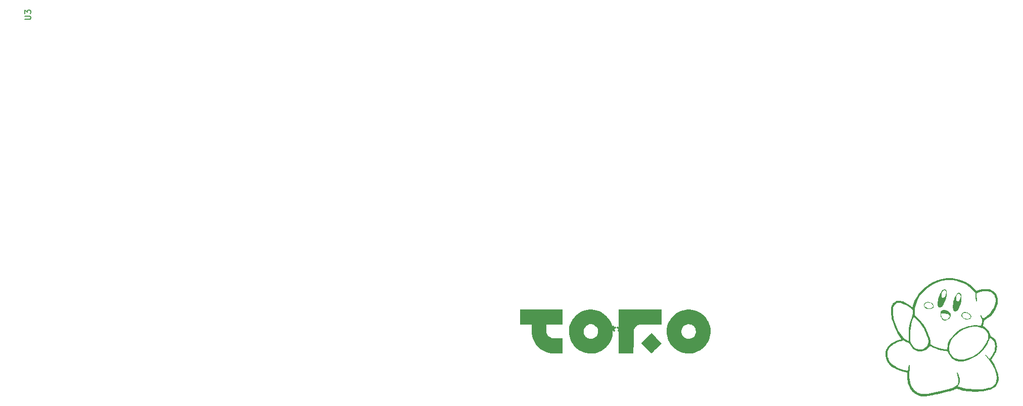
<source format=gbr>
%TF.GenerationSoftware,KiCad,Pcbnew,8.99.0-946-gf00a1ab517*%
%TF.CreationDate,2024-05-15T19:37:32+07:00*%
%TF.ProjectId,toro60,746f726f-3630-42e6-9b69-6361645f7063,rev?*%
%TF.SameCoordinates,Original*%
%TF.FileFunction,Legend,Top*%
%TF.FilePolarity,Positive*%
%FSLAX46Y46*%
G04 Gerber Fmt 4.6, Leading zero omitted, Abs format (unit mm)*
G04 Created by KiCad (PCBNEW 8.99.0-946-gf00a1ab517) date 2024-05-15 19:37:32*
%MOMM*%
%LPD*%
G01*
G04 APERTURE LIST*
%ADD10C,0.300000*%
%ADD11C,0.150000*%
%ADD12C,0.000000*%
G04 APERTURE END LIST*
D10*
X152838572Y-75729757D02*
X152695715Y-75658328D01*
X152695715Y-75658328D02*
X152481429Y-75658328D01*
X152481429Y-75658328D02*
X152267143Y-75729757D01*
X152267143Y-75729757D02*
X152124286Y-75872614D01*
X152124286Y-75872614D02*
X152052857Y-76015471D01*
X152052857Y-76015471D02*
X151981429Y-76301185D01*
X151981429Y-76301185D02*
X151981429Y-76515471D01*
X151981429Y-76515471D02*
X152052857Y-76801185D01*
X152052857Y-76801185D02*
X152124286Y-76944042D01*
X152124286Y-76944042D02*
X152267143Y-77086900D01*
X152267143Y-77086900D02*
X152481429Y-77158328D01*
X152481429Y-77158328D02*
X152624286Y-77158328D01*
X152624286Y-77158328D02*
X152838572Y-77086900D01*
X152838572Y-77086900D02*
X152910000Y-77015471D01*
X152910000Y-77015471D02*
X152910000Y-76515471D01*
X152910000Y-76515471D02*
X152624286Y-76515471D01*
X153767143Y-75658328D02*
X153767143Y-76015471D01*
X153410000Y-75872614D02*
X153767143Y-76015471D01*
X153767143Y-76015471D02*
X154124286Y-75872614D01*
X153552857Y-76301185D02*
X153767143Y-76015471D01*
X153767143Y-76015471D02*
X153981429Y-76301185D01*
X154910000Y-75658328D02*
X154910000Y-76015471D01*
X154552857Y-75872614D02*
X154910000Y-76015471D01*
X154910000Y-76015471D02*
X155267143Y-75872614D01*
X154695714Y-76301185D02*
X154910000Y-76015471D01*
X154910000Y-76015471D02*
X155124286Y-76301185D01*
X156052857Y-75658328D02*
X156052857Y-76015471D01*
X155695714Y-75872614D02*
X156052857Y-76015471D01*
X156052857Y-76015471D02*
X156410000Y-75872614D01*
X155838571Y-76301185D02*
X156052857Y-76015471D01*
X156052857Y-76015471D02*
X156267143Y-76301185D01*
D11*
X55247319Y-24221904D02*
X56056842Y-24221904D01*
X56056842Y-24221904D02*
X56152080Y-24174285D01*
X56152080Y-24174285D02*
X56199700Y-24126666D01*
X56199700Y-24126666D02*
X56247319Y-24031428D01*
X56247319Y-24031428D02*
X56247319Y-23840952D01*
X56247319Y-23840952D02*
X56199700Y-23745714D01*
X56199700Y-23745714D02*
X56152080Y-23698095D01*
X56152080Y-23698095D02*
X56056842Y-23650476D01*
X56056842Y-23650476D02*
X55247319Y-23650476D01*
X55247319Y-23269523D02*
X55247319Y-22650476D01*
X55247319Y-22650476D02*
X55628271Y-22983809D01*
X55628271Y-22983809D02*
X55628271Y-22840952D01*
X55628271Y-22840952D02*
X55675890Y-22745714D01*
X55675890Y-22745714D02*
X55723509Y-22698095D01*
X55723509Y-22698095D02*
X55818747Y-22650476D01*
X55818747Y-22650476D02*
X56056842Y-22650476D01*
X56056842Y-22650476D02*
X56152080Y-22698095D01*
X56152080Y-22698095D02*
X56199700Y-22745714D01*
X56199700Y-22745714D02*
X56247319Y-22840952D01*
X56247319Y-22840952D02*
X56247319Y-23126666D01*
X56247319Y-23126666D02*
X56199700Y-23221904D01*
X56199700Y-23221904D02*
X56152080Y-23269523D01*
D12*
%TO.C,G\u002A\u002A\u002A*%
G36*
X206657195Y-71528443D02*
G01*
X206899660Y-71579969D01*
X207139571Y-71680585D01*
X207153449Y-71688042D01*
X207296112Y-71792483D01*
X207406767Y-71926903D01*
X207478590Y-72078302D01*
X207504754Y-72233683D01*
X207493036Y-72334775D01*
X207447848Y-72422777D01*
X207361810Y-72518716D01*
X207249560Y-72608141D01*
X207165702Y-72657870D01*
X207047173Y-72698557D01*
X206892736Y-72724704D01*
X206724858Y-72734908D01*
X206566007Y-72727764D01*
X206442215Y-72703071D01*
X206220041Y-72608332D01*
X206047888Y-72488508D01*
X205928104Y-72345595D01*
X205872457Y-72219097D01*
X205855305Y-72110121D01*
X205947264Y-72110121D01*
X205986703Y-72234714D01*
X206026522Y-72292308D01*
X206134935Y-72391993D01*
X206281504Y-72486765D01*
X206445106Y-72563597D01*
X206495648Y-72581627D01*
X206651947Y-72611066D01*
X206828720Y-72610454D01*
X207001571Y-72582017D01*
X207146106Y-72527979D01*
X207158186Y-72521181D01*
X207289953Y-72419294D01*
X207366218Y-72302506D01*
X207385603Y-72174488D01*
X207346727Y-72038909D01*
X207342584Y-72030753D01*
X207248003Y-71908013D01*
X207108715Y-71802904D01*
X206938381Y-71719891D01*
X206750663Y-71663442D01*
X206559223Y-71638022D01*
X206377723Y-71648097D01*
X206264693Y-71678359D01*
X206121713Y-71756575D01*
X206018597Y-71861184D01*
X205959171Y-71982322D01*
X205947264Y-72110121D01*
X205855305Y-72110121D01*
X205843649Y-72036068D01*
X205869636Y-71876677D01*
X205949579Y-71742540D01*
X206082635Y-71635277D01*
X206205801Y-71577470D01*
X206422476Y-71527209D01*
X206657195Y-71528443D01*
G37*
G36*
X213020452Y-73253909D02*
G01*
X213220841Y-73317907D01*
X213263719Y-73336881D01*
X213415757Y-73424977D01*
X213558620Y-73538194D01*
X213679176Y-73663660D01*
X213764295Y-73788504D01*
X213791997Y-73854700D01*
X213806397Y-74000506D01*
X213770330Y-74148697D01*
X213689096Y-74279969D01*
X213669526Y-74300872D01*
X213555924Y-74378841D01*
X213401822Y-74435296D01*
X213223378Y-74467950D01*
X213036754Y-74474519D01*
X212858109Y-74452718D01*
X212769938Y-74428096D01*
X212551433Y-74320414D01*
X212361889Y-74160386D01*
X212259796Y-74036114D01*
X212194280Y-73940933D01*
X212158625Y-73871210D01*
X212145531Y-73805506D01*
X212147419Y-73733072D01*
X212291096Y-73733072D01*
X212294857Y-73838843D01*
X212312507Y-73911154D01*
X212353596Y-73976223D01*
X212398698Y-74028495D01*
X212587256Y-74194516D01*
X212805605Y-74309459D01*
X212826090Y-74317024D01*
X212936481Y-74342577D01*
X213073229Y-74354908D01*
X213214963Y-74354106D01*
X213340312Y-74340260D01*
X213425885Y-74314526D01*
X213538533Y-74233090D01*
X213622240Y-74127438D01*
X213664544Y-74014795D01*
X213667303Y-73980871D01*
X213638693Y-73828264D01*
X213556832Y-73688810D01*
X213427674Y-73566998D01*
X213257171Y-73467317D01*
X213051278Y-73394253D01*
X212836428Y-73354482D01*
X212688699Y-73344374D01*
X212578681Y-73356473D01*
X212486810Y-73395663D01*
X212396356Y-73464333D01*
X212336600Y-73521778D01*
X212305116Y-73574362D01*
X212292946Y-73644952D01*
X212291096Y-73733072D01*
X212147419Y-73733072D01*
X212147697Y-73722385D01*
X212148671Y-73709779D01*
X212190097Y-73541133D01*
X212282690Y-73400937D01*
X212422234Y-73294991D01*
X212465504Y-73273851D01*
X212626398Y-73230588D01*
X212816842Y-73224371D01*
X213020452Y-73253909D01*
G37*
G36*
X209453334Y-72865513D02*
G01*
X209709569Y-72937056D01*
X209937497Y-73043382D01*
X210127930Y-73179013D01*
X210271679Y-73338471D01*
X210288059Y-73363177D01*
X210358230Y-73525345D01*
X210376252Y-73698393D01*
X210347023Y-73875159D01*
X210275443Y-74048480D01*
X210166414Y-74211196D01*
X210024834Y-74356144D01*
X209855603Y-74476163D01*
X209663623Y-74564090D01*
X209453792Y-74612764D01*
X209431400Y-74615259D01*
X209326135Y-74622497D01*
X209251994Y-74613551D01*
X209180985Y-74581495D01*
X209108976Y-74535461D01*
X208928400Y-74379122D01*
X208785833Y-74180273D01*
X208684471Y-73945067D01*
X208627510Y-73679662D01*
X208619406Y-73592785D01*
X208617871Y-73475760D01*
X208715948Y-73475760D01*
X208725395Y-73580472D01*
X208741644Y-73686475D01*
X208766578Y-73789894D01*
X208818194Y-73951058D01*
X208865370Y-74070599D01*
X208917114Y-74165200D01*
X208982435Y-74251541D01*
X209062967Y-74338742D01*
X209235905Y-74516577D01*
X209407367Y-74496425D01*
X209533698Y-74473134D01*
X209661656Y-74436631D01*
X209715822Y-74415768D01*
X209823474Y-74357008D01*
X209926894Y-74283285D01*
X209953937Y-74259563D01*
X210034963Y-74172181D01*
X210112966Y-74070197D01*
X210177505Y-73969402D01*
X210218136Y-73885589D01*
X210226785Y-73846971D01*
X210200179Y-73783694D01*
X210128366Y-73711822D01*
X210023350Y-73640285D01*
X209897136Y-73578010D01*
X209833174Y-73554237D01*
X209663708Y-73510510D01*
X209459398Y-73476526D01*
X209243964Y-73454787D01*
X209041121Y-73447792D01*
X208895454Y-73455404D01*
X208715948Y-73475760D01*
X208617871Y-73475760D01*
X208616850Y-73397950D01*
X208640471Y-73246701D01*
X208693466Y-73127380D01*
X208772422Y-73034372D01*
X208925334Y-72920725D01*
X209089655Y-72857882D01*
X209275922Y-72843227D01*
X209453334Y-72865513D01*
G37*
G36*
X211857061Y-70007303D02*
G01*
X211962089Y-70061210D01*
X212040309Y-70156723D01*
X212094888Y-70298482D01*
X212128994Y-70491126D01*
X212138867Y-70600770D01*
X212143801Y-71018028D01*
X212102686Y-71434428D01*
X212018061Y-71839446D01*
X211892466Y-72222561D01*
X211728440Y-72573251D01*
X211619141Y-72753972D01*
X211493709Y-72914610D01*
X211361250Y-73033551D01*
X211228327Y-73107483D01*
X211101503Y-73133092D01*
X210987343Y-73107067D01*
X210956311Y-73088531D01*
X210912657Y-73039818D01*
X210858632Y-72954551D01*
X210808569Y-72856670D01*
X210774200Y-72778227D01*
X210750519Y-72710538D01*
X210735618Y-72639805D01*
X210727591Y-72552229D01*
X210724532Y-72434011D01*
X210724536Y-72271354D01*
X210724647Y-72249141D01*
X210746614Y-71843584D01*
X210806621Y-71454202D01*
X210902244Y-71088389D01*
X210979039Y-70888757D01*
X211243981Y-70888757D01*
X211255197Y-71086718D01*
X211290279Y-71232667D01*
X211351385Y-71330347D01*
X211440669Y-71383501D01*
X211536279Y-71396490D01*
X211625453Y-71389901D01*
X211690659Y-71361626D01*
X211758968Y-71298910D01*
X211771047Y-71285863D01*
X211879795Y-71127301D01*
X211959467Y-70924758D01*
X212005968Y-70688702D01*
X212014507Y-70566913D01*
X212004340Y-70473743D01*
X211971921Y-70379929D01*
X211967242Y-70369212D01*
X211892517Y-70248650D01*
X211799909Y-70175649D01*
X211697277Y-70154858D01*
X211631323Y-70170528D01*
X211482977Y-70263298D01*
X211367315Y-70401818D01*
X211287834Y-70579608D01*
X211248029Y-70790187D01*
X211243981Y-70888757D01*
X210979039Y-70888757D01*
X211031054Y-70753540D01*
X211190626Y-70457049D01*
X211378534Y-70206310D01*
X211404143Y-70178288D01*
X211491522Y-70086944D01*
X211553815Y-70031295D01*
X211605930Y-70002528D01*
X211662774Y-69991833D01*
X211722058Y-69990366D01*
X211857061Y-70007303D01*
G37*
G36*
X209499832Y-69450638D02*
G01*
X209573238Y-69504132D01*
X209625635Y-69567955D01*
X209660264Y-69652585D01*
X209680369Y-69768501D01*
X209689192Y-69926182D01*
X209690391Y-70066519D01*
X209670984Y-70459413D01*
X209612163Y-70825038D01*
X209509907Y-71179516D01*
X209360192Y-71538967D01*
X209285640Y-71688670D01*
X209130779Y-71959401D01*
X208977274Y-72171656D01*
X208823755Y-72326735D01*
X208668852Y-72425934D01*
X208511196Y-72470554D01*
X208457574Y-72473522D01*
X208386083Y-72468488D01*
X208336120Y-72444712D01*
X208288449Y-72389181D01*
X208252818Y-72335008D01*
X208192883Y-72221634D01*
X208155048Y-72098573D01*
X208137174Y-71952247D01*
X208137125Y-71769078D01*
X208144125Y-71644790D01*
X208205563Y-71181069D01*
X208322710Y-70735519D01*
X208464953Y-70384363D01*
X208805701Y-70384363D01*
X208806955Y-70520876D01*
X208812624Y-70612019D01*
X208825567Y-70672237D01*
X208848641Y-70715976D01*
X208878231Y-70750853D01*
X208977497Y-70819115D01*
X209088758Y-70831918D01*
X209203421Y-70789986D01*
X209293395Y-70715866D01*
X209394446Y-70581331D01*
X209478199Y-70417399D01*
X209540480Y-70239126D01*
X209577115Y-70061569D01*
X209583930Y-69899784D01*
X209556752Y-69768825D01*
X209556262Y-69767645D01*
X209485325Y-69658239D01*
X209387301Y-69589776D01*
X209298578Y-69571520D01*
X209199270Y-69597593D01*
X209091518Y-69668356D01*
X208988286Y-69772623D01*
X208902535Y-69899209D01*
X208889433Y-69924566D01*
X208849114Y-70013575D01*
X208824177Y-70093288D01*
X208811052Y-70183313D01*
X208806169Y-70303256D01*
X208805701Y-70384363D01*
X208464953Y-70384363D01*
X208494241Y-70312061D01*
X208718833Y-69914614D01*
X208737986Y-69885654D01*
X208851582Y-69725235D01*
X208952333Y-69606308D01*
X209052178Y-69515904D01*
X209126720Y-69463417D01*
X209257655Y-69403787D01*
X209381180Y-69401136D01*
X209499832Y-69450638D01*
G37*
G36*
X210566371Y-67562377D02*
G01*
X210948973Y-67604565D01*
X211329200Y-67668181D01*
X211688619Y-67751066D01*
X211771875Y-67774202D01*
X212327078Y-67964029D01*
X212854912Y-68204466D01*
X213351705Y-68493162D01*
X213813786Y-68827763D01*
X214237482Y-69205919D01*
X214570351Y-69566538D01*
X214679556Y-69696185D01*
X214955778Y-69585670D01*
X215238109Y-69484737D01*
X215505269Y-69417078D01*
X215777553Y-69379307D01*
X216075253Y-69368037D01*
X216240212Y-69371289D01*
X216567193Y-69394034D01*
X216848127Y-69440233D01*
X217093580Y-69513972D01*
X217314121Y-69619339D01*
X217520315Y-69760420D01*
X217722730Y-69941304D01*
X217728364Y-69946899D01*
X217927717Y-70180835D01*
X218076217Y-70437989D01*
X218179032Y-70727964D01*
X218203096Y-70829109D01*
X218233254Y-71051309D01*
X218239878Y-71308575D01*
X218223965Y-71581398D01*
X218186513Y-71850267D01*
X218140558Y-72053629D01*
X217997355Y-72466628D01*
X217799776Y-72868037D01*
X217553059Y-73251390D01*
X217262442Y-73610223D01*
X216933164Y-73938073D01*
X216570464Y-74228476D01*
X216179580Y-74474966D01*
X216177334Y-74476203D01*
X215926078Y-74614551D01*
X215903482Y-74818206D01*
X215884395Y-74960730D01*
X215858080Y-75121468D01*
X215836192Y-75236089D01*
X215807362Y-75381005D01*
X215794587Y-75480138D01*
X215800787Y-75546080D01*
X215828881Y-75591424D01*
X215881789Y-75628763D01*
X215933557Y-75656071D01*
X216106381Y-75759959D01*
X216288572Y-75896520D01*
X216457692Y-76047746D01*
X216564528Y-76162426D01*
X216676230Y-76318282D01*
X216786665Y-76511976D01*
X216885287Y-76722233D01*
X216961550Y-76927780D01*
X216985277Y-77011139D01*
X217013848Y-77117725D01*
X217042550Y-77186036D01*
X217085785Y-77234805D01*
X217157951Y-77282769D01*
X217222434Y-77319694D01*
X217460983Y-77486226D01*
X217676278Y-77697976D01*
X217856871Y-77941504D01*
X217991311Y-78203369D01*
X218004862Y-78238221D01*
X218063737Y-78455386D01*
X218096049Y-78711198D01*
X218101801Y-78990691D01*
X218080990Y-79278893D01*
X218033619Y-79560838D01*
X218004861Y-79677233D01*
X217936355Y-79876941D01*
X217835009Y-80105884D01*
X217708841Y-80349581D01*
X217565868Y-80593553D01*
X217414108Y-80823321D01*
X217261578Y-81024406D01*
X217253537Y-81034093D01*
X217192257Y-81109810D01*
X217150281Y-81166026D01*
X217137739Y-81187787D01*
X217153488Y-81216732D01*
X217196675Y-81285747D01*
X217261212Y-81385345D01*
X217341008Y-81506038D01*
X217365475Y-81542646D01*
X217596391Y-81918988D01*
X217811092Y-82330545D01*
X218002758Y-82761318D01*
X218164570Y-83195310D01*
X218289707Y-83616520D01*
X218337629Y-83823287D01*
X218384309Y-84188091D01*
X218372240Y-84543654D01*
X218302009Y-84887342D01*
X218174205Y-85216519D01*
X217989417Y-85528551D01*
X217942309Y-85593134D01*
X217841291Y-85708468D01*
X217718229Y-85809986D01*
X217574112Y-85901972D01*
X217359783Y-86020037D01*
X217145687Y-86121480D01*
X216922853Y-86208925D01*
X216682309Y-86284993D01*
X216415085Y-86352308D01*
X216112208Y-86413491D01*
X215764707Y-86471166D01*
X215492273Y-86510557D01*
X215334883Y-86526385D01*
X215129320Y-86538235D01*
X214887107Y-86546183D01*
X214619769Y-86550305D01*
X214338830Y-86550678D01*
X214055814Y-86547378D01*
X213782245Y-86540482D01*
X213529647Y-86530065D01*
X213309544Y-86516205D01*
X213133461Y-86498977D01*
X213101498Y-86494704D01*
X212755917Y-86441283D01*
X212456944Y-86385469D01*
X212191356Y-86324315D01*
X211945930Y-86254878D01*
X211782497Y-86200970D01*
X211613709Y-86142317D01*
X211490231Y-86101656D01*
X211400669Y-86077881D01*
X211333630Y-86069884D01*
X211277718Y-86076560D01*
X211221538Y-86096803D01*
X211153698Y-86129504D01*
X211136183Y-86138208D01*
X211009617Y-86197985D01*
X210873207Y-86258033D01*
X210795218Y-86290004D01*
X210712006Y-86317649D01*
X210576651Y-86356534D01*
X210395477Y-86405177D01*
X210174807Y-86462097D01*
X209920965Y-86525812D01*
X209640276Y-86594842D01*
X209339064Y-86667706D01*
X209023652Y-86742921D01*
X208700365Y-86819007D01*
X208375526Y-86894483D01*
X208055459Y-86967868D01*
X207746489Y-87037680D01*
X207454939Y-87102438D01*
X207187134Y-87160661D01*
X206949397Y-87210867D01*
X206748052Y-87251577D01*
X206589423Y-87281307D01*
X206502050Y-87295544D01*
X206161328Y-87330218D01*
X205827573Y-87336541D01*
X205522109Y-87314223D01*
X205486017Y-87309266D01*
X205103033Y-87224261D01*
X204743677Y-87085828D01*
X204411022Y-86896731D01*
X204108140Y-86659733D01*
X203838103Y-86377599D01*
X203603983Y-86053093D01*
X203408851Y-85688979D01*
X203262146Y-85308151D01*
X203183646Y-85036757D01*
X203126838Y-84775200D01*
X203088408Y-84503225D01*
X203065039Y-84200574D01*
X203059238Y-84068364D01*
X203052852Y-83898086D01*
X203046475Y-83738028D01*
X203040720Y-83602940D01*
X203036201Y-83507575D01*
X203034992Y-83485760D01*
X203027095Y-83353710D01*
X202700261Y-83281764D01*
X202410654Y-83209087D01*
X202103695Y-83116125D01*
X201790519Y-83007412D01*
X201482262Y-82887482D01*
X201190058Y-82760869D01*
X200925042Y-82632106D01*
X200698349Y-82505728D01*
X200544971Y-82404203D01*
X200261400Y-82164922D01*
X200012663Y-81892793D01*
X199801850Y-81594821D01*
X199632048Y-81278013D01*
X199506347Y-80949375D01*
X199427836Y-80615913D01*
X199409704Y-80403148D01*
X199735379Y-80403148D01*
X199788376Y-80715851D01*
X199899353Y-81037209D01*
X199972675Y-81194488D01*
X200143718Y-81492276D01*
X200341507Y-81753927D01*
X200573222Y-81986097D01*
X200846043Y-82195442D01*
X201167150Y-82388618D01*
X201374641Y-82494094D01*
X201579953Y-82585382D01*
X201811049Y-82675574D01*
X202056482Y-82761284D01*
X202304802Y-82839128D01*
X202544562Y-82905717D01*
X202764313Y-82957667D01*
X202952607Y-82991591D01*
X203097997Y-83004102D01*
X203098928Y-83004107D01*
X203165810Y-82998566D01*
X203191939Y-82968694D01*
X203196167Y-82907268D01*
X203201158Y-82828266D01*
X203214568Y-82714887D01*
X203234067Y-82580650D01*
X203257322Y-82439069D01*
X203282003Y-82303664D01*
X203305779Y-82187950D01*
X203326318Y-82105444D01*
X203340504Y-82070333D01*
X203389760Y-82051974D01*
X203439530Y-82052085D01*
X203471160Y-82058868D01*
X203491384Y-82075825D01*
X203502478Y-82114037D01*
X203506719Y-82184585D01*
X203506382Y-82298549D01*
X203505261Y-82372036D01*
X203499674Y-82520373D01*
X203487967Y-82706117D01*
X203471754Y-82907344D01*
X203452652Y-83102127D01*
X203449018Y-83134934D01*
X203419951Y-83492895D01*
X203412105Y-83851848D01*
X203425053Y-84196112D01*
X203458365Y-84510006D01*
X203491716Y-84694841D01*
X203541907Y-84893357D01*
X203609597Y-85116600D01*
X203688252Y-85346019D01*
X203771336Y-85563060D01*
X203852311Y-85749174D01*
X203889531Y-85824011D01*
X203970128Y-85949337D01*
X204086796Y-86095657D01*
X204226573Y-86249671D01*
X204376497Y-86398081D01*
X204523606Y-86527588D01*
X204654938Y-86624893D01*
X204692038Y-86647353D01*
X204912211Y-86751286D01*
X205161520Y-86836247D01*
X205420307Y-86897442D01*
X205668916Y-86930083D01*
X205858822Y-86931714D01*
X205932264Y-86927822D01*
X206047754Y-86922804D01*
X206187535Y-86917397D01*
X206292627Y-86913699D01*
X206397007Y-86908517D01*
X206502722Y-86899143D01*
X206618152Y-86884085D01*
X206751676Y-86861853D01*
X206911673Y-86830953D01*
X207106522Y-86789897D01*
X207344602Y-86737191D01*
X207564123Y-86687396D01*
X208010666Y-86584853D01*
X208435579Y-86486176D01*
X208834886Y-86392337D01*
X209204612Y-86304306D01*
X209540785Y-86223055D01*
X209839429Y-86149555D01*
X210096570Y-86084777D01*
X210308234Y-86029692D01*
X210470447Y-85985272D01*
X210579234Y-85952487D01*
X210598336Y-85945968D01*
X210897584Y-85818599D01*
X211144717Y-85666625D01*
X211343351Y-85487210D01*
X211497103Y-85277521D01*
X211531626Y-85214892D01*
X211571034Y-85131176D01*
X211596943Y-85051283D01*
X211612918Y-84957355D01*
X211622524Y-84831532D01*
X211626477Y-84739718D01*
X211617404Y-84421319D01*
X211570690Y-84090952D01*
X211490739Y-83774369D01*
X211434231Y-83615544D01*
X211388378Y-83482980D01*
X211376305Y-83395080D01*
X211398257Y-83346951D01*
X211448380Y-83333593D01*
X211496402Y-83362814D01*
X211553509Y-83449345D01*
X211618869Y-83591488D01*
X211691650Y-83787546D01*
X211734299Y-83916985D01*
X211792278Y-84107319D01*
X211831677Y-84260184D01*
X211855809Y-84393796D01*
X211867989Y-84526370D01*
X211871519Y-84671263D01*
X211845582Y-84955038D01*
X211769967Y-85235868D01*
X211650458Y-85493037D01*
X211635011Y-85518779D01*
X211587194Y-85602536D01*
X211558660Y-85664632D01*
X211555008Y-85688986D01*
X211590435Y-85704111D01*
X211665208Y-85726681D01*
X211728762Y-85743238D01*
X211842183Y-85772410D01*
X211980987Y-85809902D01*
X212101517Y-85843728D01*
X212544899Y-85953186D01*
X213027140Y-86040041D01*
X213536486Y-86103894D01*
X214061186Y-86144351D01*
X214589488Y-86161015D01*
X215109640Y-86153489D01*
X215609889Y-86121376D01*
X216078484Y-86064280D01*
X216464594Y-85990942D01*
X216653367Y-85940458D01*
X216867563Y-85871676D01*
X217083943Y-85792872D01*
X217279267Y-85712319D01*
X217379518Y-85665169D01*
X217470545Y-85603201D01*
X217578968Y-85505648D01*
X217690733Y-85387826D01*
X217791787Y-85265055D01*
X217868076Y-85152651D01*
X217891817Y-85106777D01*
X217953638Y-84923052D01*
X217997588Y-84701074D01*
X218023612Y-84454881D01*
X218031657Y-84198513D01*
X218021668Y-83946010D01*
X217993593Y-83711412D01*
X217947377Y-83508757D01*
X217898434Y-83381352D01*
X217868012Y-83303712D01*
X217855760Y-83242191D01*
X217843637Y-83185615D01*
X217810255Y-83085853D01*
X217760091Y-82953734D01*
X217697624Y-82800089D01*
X217627332Y-82635748D01*
X217553692Y-82471541D01*
X217481183Y-82318299D01*
X217438461Y-82232966D01*
X217144717Y-81719323D01*
X216808840Y-81241106D01*
X216423407Y-80787955D01*
X216338156Y-80697794D01*
X216241671Y-80594748D01*
X216162772Y-80505283D01*
X216109683Y-80439091D01*
X216090624Y-80406097D01*
X216107516Y-80370857D01*
X216158441Y-80382782D01*
X216243777Y-80442128D01*
X216363900Y-80549152D01*
X216501262Y-80685623D01*
X216612386Y-80796983D01*
X216711477Y-80891002D01*
X216790040Y-80960014D01*
X216839580Y-80996350D01*
X216849625Y-81000024D01*
X216897672Y-80974700D01*
X216967461Y-80904169D01*
X217053678Y-80796597D01*
X217151012Y-80660146D01*
X217254149Y-80502981D01*
X217357778Y-80333265D01*
X217456585Y-80159162D01*
X217545259Y-79988837D01*
X217618488Y-79830453D01*
X217632337Y-79797186D01*
X217676819Y-79685218D01*
X217708214Y-79594632D01*
X217729246Y-79510096D01*
X217742640Y-79416272D01*
X217751120Y-79297827D01*
X217757410Y-79139425D01*
X217759247Y-79082771D01*
X217760220Y-78809550D01*
X217741585Y-78582258D01*
X217699655Y-78389143D01*
X217630742Y-78218457D01*
X217531162Y-78058448D01*
X217397226Y-77897369D01*
X217382261Y-77881241D01*
X217300130Y-77804012D01*
X217198788Y-77723598D01*
X217092814Y-77649889D01*
X216996785Y-77592775D01*
X216925281Y-77562146D01*
X216908003Y-77559506D01*
X216887475Y-77586245D01*
X216859228Y-77656789D01*
X216828948Y-77756630D01*
X216825272Y-77770570D01*
X216753235Y-77988719D01*
X216644282Y-78238171D01*
X216504309Y-78508429D01*
X216339216Y-78788996D01*
X216154897Y-79069376D01*
X215957252Y-79339070D01*
X215911196Y-79397647D01*
X215539920Y-79816287D01*
X215122620Y-80200266D01*
X214664290Y-80546191D01*
X214169922Y-80850667D01*
X213644509Y-81110301D01*
X213093042Y-81321700D01*
X213068952Y-81329614D01*
X212734481Y-81419782D01*
X212391180Y-81477295D01*
X212053259Y-81501111D01*
X211734926Y-81490190D01*
X211465184Y-81447068D01*
X211282185Y-81388547D01*
X211079252Y-81299010D01*
X210877307Y-81189550D01*
X210697271Y-81071259D01*
X210587225Y-80981588D01*
X210422137Y-80805520D01*
X210258913Y-80589573D01*
X210110206Y-80352722D01*
X209988665Y-80113943D01*
X209954557Y-80032593D01*
X209901754Y-79905120D01*
X209860921Y-79825578D01*
X209826308Y-79784749D01*
X209792980Y-79773410D01*
X209740134Y-79770684D01*
X209642331Y-79763450D01*
X209514183Y-79752851D01*
X209389093Y-79741759D01*
X208840962Y-79662857D01*
X208302823Y-79528529D01*
X207782873Y-79341444D01*
X207289311Y-79104272D01*
X207103293Y-78997295D01*
X206994805Y-78932790D01*
X206906114Y-78881975D01*
X206849160Y-78851588D01*
X206835075Y-78845960D01*
X206812070Y-78870075D01*
X206774780Y-78930857D01*
X206757540Y-78963295D01*
X206683305Y-79078685D01*
X206573902Y-79211661D01*
X206444035Y-79346752D01*
X206308409Y-79468485D01*
X206200936Y-79549000D01*
X205961717Y-79680095D01*
X205707516Y-79762656D01*
X205426084Y-79800158D01*
X205304893Y-79803322D01*
X204958756Y-79781263D01*
X204649995Y-79713797D01*
X204375542Y-79598987D01*
X204132327Y-79434896D01*
X203917280Y-79219589D01*
X203727330Y-78951129D01*
X203609236Y-78733770D01*
X203540038Y-78596779D01*
X203488428Y-78506246D01*
X203448385Y-78453647D01*
X203413887Y-78430459D01*
X203392618Y-78427115D01*
X203333905Y-78413104D01*
X203236673Y-78375330D01*
X203114088Y-78320178D01*
X202979315Y-78254036D01*
X202845518Y-78183289D01*
X202725864Y-78114324D01*
X202657645Y-78070580D01*
X202567354Y-78018086D01*
X202484188Y-77984764D01*
X202448222Y-77978555D01*
X202337350Y-77991278D01*
X202183410Y-78027038D01*
X201996814Y-78082042D01*
X201787976Y-78152496D01*
X201567308Y-78234608D01*
X201345224Y-78324583D01*
X201132137Y-78418628D01*
X200938461Y-78512950D01*
X200847151Y-78561807D01*
X200619603Y-78708016D01*
X200401513Y-78884717D01*
X200204841Y-79080028D01*
X200041546Y-79282070D01*
X199923586Y-79478961D01*
X199923195Y-79479777D01*
X199802896Y-79788830D01*
X199740255Y-80095381D01*
X199735379Y-80403148D01*
X199409704Y-80403148D01*
X199399604Y-80284635D01*
X199424740Y-79962545D01*
X199437853Y-79893075D01*
X199534924Y-79574510D01*
X199687442Y-79270259D01*
X199892110Y-78983265D01*
X200145627Y-78716471D01*
X200444697Y-78472822D01*
X200786022Y-78255261D01*
X201166302Y-78066732D01*
X201582241Y-77910178D01*
X201700283Y-77873757D01*
X201840504Y-77831905D01*
X201958449Y-77795698D01*
X202043048Y-77768609D01*
X202083232Y-77754110D01*
X202084888Y-77753111D01*
X202073143Y-77726324D01*
X202032418Y-77664839D01*
X201970903Y-77580848D01*
X201956444Y-77561925D01*
X201810745Y-77360171D01*
X201652831Y-77119962D01*
X201493147Y-76858219D01*
X201342138Y-76591866D01*
X201250259Y-76417771D01*
X201189545Y-76288963D01*
X201114235Y-76113852D01*
X201028357Y-75902998D01*
X200935940Y-75666962D01*
X200841014Y-75416304D01*
X200747606Y-75161582D01*
X200659745Y-74913359D01*
X200581461Y-74682192D01*
X200544453Y-74567751D01*
X200472584Y-74294712D01*
X200414381Y-73980309D01*
X200371566Y-73641806D01*
X200345862Y-73296469D01*
X200341259Y-73072123D01*
X200680712Y-73072123D01*
X200693559Y-73373769D01*
X200721405Y-73691690D01*
X200763575Y-74015665D01*
X200819393Y-74335474D01*
X200888185Y-74640896D01*
X200889494Y-74646026D01*
X201016489Y-75075536D01*
X201175401Y-75502046D01*
X201361832Y-75918227D01*
X201571387Y-76316751D01*
X201799669Y-76690289D01*
X202042283Y-77031511D01*
X202294831Y-77333090D01*
X202552919Y-77587695D01*
X202747397Y-77743358D01*
X202828858Y-77798855D01*
X202930753Y-77864115D01*
X203039938Y-77931259D01*
X203143269Y-77992410D01*
X203227599Y-78039689D01*
X203279784Y-78065218D01*
X203288358Y-78067575D01*
X203292908Y-78039292D01*
X203295713Y-77959947D01*
X203296723Y-77838290D01*
X203295888Y-77683071D01*
X203293158Y-77503038D01*
X203291913Y-77443285D01*
X203292797Y-77344923D01*
X203548241Y-77344923D01*
X203551439Y-77518407D01*
X203558870Y-77660210D01*
X203571527Y-77784385D01*
X203590401Y-77904989D01*
X203610629Y-78008269D01*
X203701740Y-78335239D01*
X203830545Y-78630048D01*
X203993401Y-78887163D01*
X204186662Y-79101055D01*
X204406683Y-79266191D01*
X204459242Y-79295923D01*
X204619995Y-79373544D01*
X204770042Y-79425053D01*
X204927877Y-79454220D01*
X205111997Y-79464814D01*
X205278095Y-79462852D01*
X205426812Y-79457192D01*
X205533577Y-79448352D01*
X205616269Y-79432310D01*
X205692766Y-79405047D01*
X205780945Y-79362540D01*
X205824085Y-79340058D01*
X206085005Y-79177161D01*
X206292500Y-78990278D01*
X206446810Y-78778553D01*
X206548175Y-78541130D01*
X206596834Y-78277154D01*
X206593028Y-77985768D01*
X206536998Y-77666118D01*
X206428982Y-77317347D01*
X206407528Y-77260434D01*
X206137889Y-76634539D01*
X205820128Y-76027336D01*
X205460651Y-75450010D01*
X205065865Y-74913752D01*
X205058505Y-74904582D01*
X204978336Y-74809940D01*
X204875796Y-74696419D01*
X204758385Y-74571511D01*
X204633604Y-74442709D01*
X204508956Y-74317509D01*
X204391940Y-74203403D01*
X204290058Y-74107884D01*
X204210810Y-74038447D01*
X204161699Y-74002585D01*
X204152337Y-73999317D01*
X204130895Y-74026478D01*
X204096380Y-74101567D01*
X204052213Y-74214996D01*
X204001814Y-74357177D01*
X203948601Y-74518519D01*
X203895996Y-74689436D01*
X203854437Y-74834625D01*
X203721276Y-75384904D01*
X203627503Y-75930993D01*
X203570738Y-76490701D01*
X203548600Y-77081837D01*
X203548281Y-77125701D01*
X203548241Y-77344923D01*
X203292797Y-77344923D01*
X203298080Y-76757279D01*
X203349120Y-76101286D01*
X203446972Y-75463638D01*
X203593579Y-74832668D01*
X203790880Y-74196712D01*
X203867224Y-73984358D01*
X203914524Y-73843795D01*
X203947967Y-73707941D01*
X203949739Y-73695836D01*
X204303110Y-73695836D01*
X204569428Y-73940064D01*
X205023354Y-74394598D01*
X205446572Y-74895553D01*
X205833819Y-75435196D01*
X206179835Y-76005795D01*
X206479358Y-76599615D01*
X206645322Y-76991072D01*
X206738771Y-77233992D01*
X206810276Y-77434096D01*
X206862614Y-77603059D01*
X206898563Y-77752555D01*
X206920899Y-77894258D01*
X206932400Y-78039843D01*
X206935843Y-78200984D01*
X206935854Y-78212360D01*
X206935854Y-78577909D01*
X207137798Y-78708146D01*
X207576670Y-78957065D01*
X208047389Y-79160356D01*
X208538609Y-79313798D01*
X209030083Y-79411903D01*
X209150347Y-79429204D01*
X209256163Y-79444480D01*
X209325976Y-79454620D01*
X209329258Y-79455102D01*
X209399385Y-79461675D01*
X209503555Y-79467339D01*
X209591037Y-79470155D01*
X209778021Y-79474229D01*
X209778021Y-79316377D01*
X209780607Y-79273425D01*
X210101528Y-79273425D01*
X210116738Y-79581857D01*
X210166940Y-79872236D01*
X210251068Y-80132223D01*
X210320361Y-80273727D01*
X210485012Y-80503605D01*
X210697678Y-80707741D01*
X210950285Y-80881235D01*
X211234760Y-81019191D01*
X211543033Y-81116709D01*
X211780757Y-81159837D01*
X212049813Y-81179749D01*
X212319747Y-81169791D01*
X212609159Y-81128637D01*
X212807801Y-81086576D01*
X213353443Y-80929569D01*
X213871768Y-80720574D01*
X214360141Y-80461203D01*
X214815924Y-80153065D01*
X215236482Y-79797770D01*
X215619180Y-79396929D01*
X215667645Y-79339600D01*
X215880639Y-79069870D01*
X216061368Y-78807162D01*
X216224746Y-78528291D01*
X216360464Y-78262568D01*
X216483914Y-77993306D01*
X216573059Y-77762033D01*
X216629809Y-77559107D01*
X216656078Y-77374888D01*
X216653776Y-77199734D01*
X216624817Y-77024005D01*
X216614431Y-76981896D01*
X216520400Y-76719723D01*
X216380909Y-76486173D01*
X216192976Y-76278042D01*
X215953622Y-76092123D01*
X215659865Y-75925211D01*
X215609288Y-75900843D01*
X215335044Y-75791098D01*
X215052154Y-75719003D01*
X214749445Y-75683053D01*
X214415745Y-75681742D01*
X214137912Y-75702638D01*
X213592269Y-75785487D01*
X213077318Y-75918998D01*
X212590551Y-76104391D01*
X212129456Y-76342887D01*
X211691526Y-76635704D01*
X211274251Y-76984062D01*
X211047740Y-77204806D01*
X210809591Y-77462512D01*
X210616939Y-77702788D01*
X210462899Y-77937120D01*
X210340584Y-78176995D01*
X210243110Y-78433901D01*
X210180341Y-78651751D01*
X210122374Y-78959277D01*
X210101528Y-79273425D01*
X209780607Y-79273425D01*
X209799146Y-78965520D01*
X209859874Y-78616573D01*
X209956232Y-78287345D01*
X210063719Y-78035245D01*
X210213144Y-77780846D01*
X210410574Y-77511077D01*
X210648711Y-77233410D01*
X210920256Y-76955316D01*
X211217911Y-76684267D01*
X211534377Y-76427734D01*
X211862356Y-76193189D01*
X211864527Y-76191741D01*
X212057389Y-76068721D01*
X212237027Y-75967943D01*
X212419485Y-75882233D01*
X212620805Y-75804415D01*
X212857030Y-75727310D01*
X212993535Y-75686699D01*
X213477987Y-75561169D01*
X213923339Y-75477887D01*
X214332565Y-75436557D01*
X214708639Y-75436882D01*
X215054534Y-75478566D01*
X215063317Y-75480231D01*
X215181391Y-75501573D01*
X215281487Y-75517412D01*
X215345117Y-75524873D01*
X215351847Y-75525107D01*
X215402146Y-75496114D01*
X215453665Y-75412602D01*
X215504117Y-75279782D01*
X215551213Y-75102866D01*
X215564706Y-75040213D01*
X215599842Y-74836831D01*
X215611067Y-74673556D01*
X215597513Y-74535273D01*
X215558311Y-74406868D01*
X215524011Y-74332015D01*
X215473731Y-74224063D01*
X215421887Y-74099179D01*
X215374343Y-73973272D01*
X215336961Y-73862251D01*
X215315605Y-73782028D01*
X215312768Y-73758840D01*
X215337536Y-73736878D01*
X215380083Y-73735458D01*
X215424075Y-73757004D01*
X215474248Y-73814720D01*
X215536751Y-73916521D01*
X215573460Y-73984358D01*
X215630706Y-74093951D01*
X215677105Y-74184465D01*
X215705623Y-74242106D01*
X215710739Y-74253616D01*
X215742594Y-74261805D01*
X215813496Y-74237702D01*
X215915697Y-74186301D01*
X216041452Y-74112601D01*
X216183011Y-74021597D01*
X216332629Y-73918286D01*
X216482556Y-73807664D01*
X216625047Y-73694728D01*
X216752353Y-73584474D01*
X216761850Y-73575734D01*
X217059111Y-73261050D01*
X217318589Y-72904064D01*
X217535398Y-72512452D01*
X217704567Y-72094154D01*
X217798541Y-71783939D01*
X217857531Y-71511670D01*
X217881548Y-71266757D01*
X217870603Y-71038612D01*
X217824707Y-70816645D01*
X217743873Y-70590267D01*
X217706257Y-70505730D01*
X217571318Y-70285039D01*
X217389227Y-70095216D01*
X217165648Y-69939013D01*
X216906249Y-69819186D01*
X216616694Y-69738486D01*
X216302651Y-69699668D01*
X216048323Y-69700018D01*
X215743377Y-69734745D01*
X215413596Y-69805075D01*
X215078454Y-69906399D01*
X214908912Y-69969652D01*
X214669541Y-70065249D01*
X214674381Y-70379339D01*
X214681865Y-70552212D01*
X214697845Y-70751604D01*
X214719499Y-70945281D01*
X214731109Y-71026947D01*
X214755573Y-71201519D01*
X214765529Y-71324608D01*
X214760362Y-71402932D01*
X214739458Y-71443208D01*
X214702199Y-71452154D01*
X214692297Y-71450691D01*
X214636587Y-71410643D01*
X214586670Y-71316868D01*
X214543781Y-71175302D01*
X214509161Y-70991879D01*
X214484046Y-70772536D01*
X214469674Y-70523207D01*
X214466761Y-70369353D01*
X214464461Y-69955525D01*
X214235052Y-69696208D01*
X213843850Y-69293352D01*
X213427517Y-68942068D01*
X212982559Y-68640335D01*
X212505482Y-68386130D01*
X211992792Y-68177433D01*
X211440994Y-68012221D01*
X211243981Y-67965624D01*
X211121506Y-67939192D01*
X211016070Y-67919076D01*
X210916454Y-67904435D01*
X210811440Y-67894430D01*
X210689809Y-67888221D01*
X210540341Y-67884968D01*
X210351818Y-67883833D01*
X210151991Y-67883906D01*
X209923696Y-67884567D01*
X209743928Y-67886340D01*
X209601377Y-67890179D01*
X209484736Y-67897040D01*
X209382695Y-67907879D01*
X209283946Y-67923651D01*
X209177181Y-67945311D01*
X209051091Y-67973814D01*
X209030083Y-67978675D01*
X208408851Y-68150718D01*
X207822974Y-68370714D01*
X207272754Y-68638520D01*
X206758488Y-68953989D01*
X206292627Y-69306786D01*
X205854237Y-69708808D01*
X205469220Y-70136309D01*
X205138090Y-70588220D01*
X204861364Y-71063471D01*
X204639559Y-71560990D01*
X204473190Y-72079709D01*
X204362773Y-72618557D01*
X204308826Y-73176463D01*
X204303110Y-73431901D01*
X204303110Y-73695836D01*
X203949739Y-73695836D01*
X203969194Y-73562894D01*
X203977492Y-73431901D01*
X203979845Y-73394751D01*
X203981559Y-73189609D01*
X203978861Y-73038048D01*
X203974017Y-72839677D01*
X203717510Y-72619203D01*
X203470525Y-72419214D01*
X203228523Y-72251430D01*
X202966904Y-72099677D01*
X202789796Y-72009355D01*
X202549964Y-71897763D01*
X202342048Y-71815680D01*
X202149107Y-71758075D01*
X201954199Y-71719918D01*
X201740380Y-71696176D01*
X201733251Y-71695615D01*
X201581966Y-71684849D01*
X201476109Y-71681048D01*
X201401573Y-71685198D01*
X201344253Y-71698284D01*
X201290039Y-71721291D01*
X201277841Y-71727418D01*
X201104848Y-71842055D01*
X200949302Y-71994534D01*
X200824545Y-72169022D01*
X200743921Y-72349682D01*
X200738919Y-72367041D01*
X200702717Y-72558538D01*
X200683539Y-72796973D01*
X200680712Y-73072123D01*
X200341259Y-73072123D01*
X200338991Y-72961564D01*
X200352677Y-72654357D01*
X200353087Y-72649591D01*
X200370021Y-72479076D01*
X200389030Y-72351271D01*
X200413896Y-72249072D01*
X200448398Y-72155378D01*
X200475509Y-72095685D01*
X200589289Y-71904611D01*
X200739228Y-71721546D01*
X200909474Y-71563377D01*
X201084174Y-71446990D01*
X201084795Y-71446665D01*
X201161691Y-71407763D01*
X201226207Y-71381281D01*
X201292653Y-71364846D01*
X201375335Y-71356089D01*
X201488563Y-71352640D01*
X201646644Y-71352129D01*
X201655407Y-71352137D01*
X201819627Y-71353237D01*
X201942792Y-71358130D01*
X202043675Y-71369788D01*
X202141049Y-71391181D01*
X202253689Y-71425281D01*
X202373428Y-71465778D01*
X202837896Y-71657020D01*
X203275776Y-71901765D01*
X203685929Y-72199362D01*
X203747854Y-72250947D01*
X203856329Y-72337463D01*
X203926446Y-72380548D01*
X203957383Y-72379704D01*
X203957955Y-72378304D01*
X203971838Y-72330345D01*
X203994861Y-72243657D01*
X204020166Y-72144429D01*
X204088078Y-71912975D01*
X204181972Y-71650467D01*
X204294589Y-71375600D01*
X204418669Y-71107072D01*
X204438372Y-71067397D01*
X204720839Y-70569851D01*
X205055391Y-70096436D01*
X205437767Y-69651147D01*
X205863709Y-69237981D01*
X206328955Y-68860932D01*
X206829246Y-68523996D01*
X207360322Y-68231168D01*
X207566732Y-68133458D01*
X207676450Y-68086541D01*
X207815104Y-68031346D01*
X207972308Y-67971553D01*
X208137677Y-67910840D01*
X208300826Y-67852887D01*
X208451371Y-67801372D01*
X208578924Y-67759976D01*
X208673103Y-67732378D01*
X208723521Y-67722256D01*
X208726745Y-67722487D01*
X208768209Y-67715745D01*
X208790742Y-67707807D01*
X208850454Y-67691747D01*
X208957040Y-67670985D01*
X209097897Y-67647356D01*
X209260421Y-67622695D01*
X209432009Y-67598839D01*
X209600059Y-67577623D01*
X209751967Y-67560882D01*
X209867774Y-67550935D01*
X210199827Y-67543780D01*
X210566371Y-67562377D01*
G37*
G36*
X158340476Y-72804220D02*
G01*
X161918947Y-72810082D01*
X161923566Y-74066189D01*
X161928186Y-75322297D01*
X160133746Y-75322699D01*
X159785335Y-75322845D01*
X159479987Y-75323233D01*
X159214457Y-75324033D01*
X158985500Y-75325419D01*
X158789871Y-75327562D01*
X158624324Y-75330633D01*
X158485615Y-75334806D01*
X158370498Y-75340251D01*
X158275729Y-75347141D01*
X158198062Y-75355648D01*
X158134252Y-75365943D01*
X158081055Y-75378199D01*
X158035225Y-75392587D01*
X157993516Y-75409280D01*
X157952685Y-75428450D01*
X157930777Y-75439425D01*
X157728026Y-75565785D01*
X157556440Y-75724340D01*
X157414222Y-75917149D01*
X157299578Y-76146268D01*
X157287616Y-76176228D01*
X157227912Y-76329498D01*
X157221124Y-78245496D01*
X157214335Y-80161495D01*
X155988170Y-80161495D01*
X154762005Y-80161495D01*
X154762005Y-76479927D01*
X154762005Y-72798358D01*
X158340476Y-72804220D01*
G37*
G36*
X160235400Y-76750608D02*
G01*
X160285271Y-76796305D01*
X160361485Y-76868721D01*
X160460892Y-76964789D01*
X160580346Y-77081445D01*
X160716696Y-77215623D01*
X160866794Y-77364256D01*
X161027492Y-77524281D01*
X161083063Y-77579818D01*
X161927949Y-78424942D01*
X161071485Y-79281641D01*
X160907136Y-79445816D01*
X160752700Y-79599664D01*
X160611257Y-79740148D01*
X160485885Y-79864229D01*
X160379663Y-79968871D01*
X160295670Y-80051035D01*
X160236984Y-80107683D01*
X160206685Y-80135778D01*
X160203208Y-80138340D01*
X160185050Y-80122449D01*
X160137291Y-80076805D01*
X160063022Y-80004457D01*
X159965331Y-79908454D01*
X159847308Y-79791842D01*
X159712043Y-79657670D01*
X159562624Y-79508987D01*
X159402142Y-79348839D01*
X159340602Y-79287312D01*
X158489807Y-78436284D01*
X159340835Y-77585489D01*
X159505001Y-77421800D01*
X159659624Y-77268463D01*
X159801566Y-77128531D01*
X159927688Y-77005059D01*
X160034853Y-76901100D01*
X160119922Y-76819708D01*
X160179759Y-76763937D01*
X160211225Y-76736841D01*
X160215020Y-76734694D01*
X160235400Y-76750608D01*
G37*
G36*
X145363257Y-74060401D02*
G01*
X145363768Y-75310720D01*
X143984947Y-75316690D01*
X142606125Y-75322661D01*
X142606125Y-75920781D01*
X142606525Y-76110633D01*
X142608004Y-76261283D01*
X142610980Y-76379835D01*
X142615873Y-76473388D01*
X142623099Y-76549047D01*
X142633079Y-76613911D01*
X142646230Y-76675084D01*
X142651927Y-76697985D01*
X142711925Y-76884091D01*
X142793152Y-77042791D01*
X142905089Y-77190974D01*
X142964908Y-77255544D01*
X143105671Y-77384388D01*
X143252321Y-77482687D01*
X143423441Y-77562537D01*
X143455128Y-77574708D01*
X143491837Y-77587697D01*
X143529253Y-77598365D01*
X143572397Y-77607018D01*
X143626289Y-77613965D01*
X143695950Y-77619512D01*
X143786398Y-77623968D01*
X143902656Y-77627639D01*
X144049744Y-77630834D01*
X144232680Y-77633859D01*
X144456487Y-77637023D01*
X144476991Y-77637300D01*
X145363810Y-77649279D01*
X145363282Y-78899598D01*
X145362755Y-80149917D01*
X144488041Y-80152761D01*
X144282365Y-80152894D01*
X144083767Y-80152013D01*
X143898815Y-80150222D01*
X143734080Y-80147624D01*
X143596130Y-80144321D01*
X143491535Y-80140417D01*
X143428094Y-80136147D01*
X143072185Y-80081199D01*
X142725995Y-79990304D01*
X142674618Y-79973654D01*
X142324426Y-79833768D01*
X141987555Y-79652611D01*
X141667913Y-79434253D01*
X141369408Y-79182763D01*
X141095948Y-78902211D01*
X140851442Y-78596667D01*
X140639797Y-78270201D01*
X140464922Y-77926884D01*
X140330724Y-77570783D01*
X140313987Y-77515290D01*
X140277712Y-77387524D01*
X140248034Y-77272813D01*
X140224196Y-77164265D01*
X140205439Y-77054987D01*
X140191005Y-76938084D01*
X140180136Y-76806663D01*
X140172075Y-76653831D01*
X140166062Y-76472693D01*
X140161340Y-76256358D01*
X140158763Y-76103746D01*
X140146460Y-75322297D01*
X139176458Y-75322297D01*
X138206456Y-75322297D01*
X138212444Y-74066189D01*
X138218432Y-72810082D01*
X141790588Y-72810082D01*
X145362745Y-72810082D01*
X145363257Y-74060401D01*
G37*
G36*
X166655877Y-72809758D02*
G01*
X167048890Y-72850621D01*
X167433325Y-72931406D01*
X167803622Y-73051848D01*
X168121896Y-73194802D01*
X168462899Y-73395535D01*
X168782053Y-73633705D01*
X169075637Y-73904969D01*
X169339930Y-74204986D01*
X169571212Y-74529414D01*
X169765761Y-74873912D01*
X169919856Y-75234137D01*
X169953543Y-75332000D01*
X170041762Y-75666167D01*
X170097734Y-76023652D01*
X170121322Y-76394404D01*
X170112391Y-76768374D01*
X170070806Y-77135514D01*
X169996430Y-77485775D01*
X169983295Y-77533232D01*
X169859340Y-77885681D01*
X169693142Y-78227890D01*
X169488403Y-78555419D01*
X169248824Y-78863834D01*
X168978104Y-79148698D01*
X168679945Y-79405573D01*
X168358048Y-79630024D01*
X168121896Y-79764785D01*
X167773280Y-79920841D01*
X167402990Y-80038308D01*
X167016325Y-80116237D01*
X166618587Y-80153680D01*
X166215077Y-80149685D01*
X166049608Y-80135893D01*
X165645659Y-80071947D01*
X165261663Y-79966695D01*
X164896359Y-79819547D01*
X164548487Y-79629912D01*
X164216788Y-79397199D01*
X163914644Y-79134860D01*
X163632483Y-78836505D01*
X163387597Y-78516646D01*
X163182828Y-78179330D01*
X163054291Y-77910265D01*
X162928121Y-77555993D01*
X162840248Y-77183957D01*
X162790499Y-76800492D01*
X162778698Y-76411935D01*
X162779056Y-76406592D01*
X165235919Y-76406592D01*
X165240448Y-76638524D01*
X165289360Y-76857364D01*
X165382700Y-77063229D01*
X165520510Y-77256235D01*
X165588324Y-77330094D01*
X165772582Y-77488560D01*
X165971684Y-77603161D01*
X166185629Y-77673897D01*
X166414418Y-77700769D01*
X166658052Y-77683777D01*
X166663190Y-77682972D01*
X166870818Y-77627892D01*
X167065592Y-77533657D01*
X167242044Y-77405908D01*
X167394704Y-77250284D01*
X167518103Y-77072425D01*
X167606772Y-76877972D01*
X167655242Y-76672564D01*
X167656966Y-76658125D01*
X167665755Y-76408277D01*
X167633416Y-76178940D01*
X167559261Y-75968069D01*
X167442606Y-75773619D01*
X167308434Y-75618633D01*
X167130450Y-75469946D01*
X166938974Y-75362195D01*
X166738536Y-75293658D01*
X166533664Y-75262615D01*
X166328888Y-75267342D01*
X166128736Y-75306118D01*
X165937738Y-75377222D01*
X165760421Y-75478931D01*
X165601315Y-75609523D01*
X165464948Y-75767278D01*
X165355849Y-75950472D01*
X165278548Y-76157384D01*
X165237573Y-76386293D01*
X165235919Y-76406592D01*
X162779056Y-76406592D01*
X162804672Y-76024622D01*
X162868246Y-75644887D01*
X162969247Y-75279067D01*
X163107499Y-74933498D01*
X163137894Y-74870793D01*
X163332364Y-74530184D01*
X163564288Y-74208986D01*
X163828955Y-73911548D01*
X164121656Y-73642216D01*
X164437682Y-73405339D01*
X164772324Y-73205262D01*
X165109293Y-73050841D01*
X165480996Y-72929358D01*
X165866369Y-72848861D01*
X166259850Y-72809083D01*
X166655877Y-72809758D01*
G37*
G36*
X150630161Y-72841251D02*
G01*
X151021459Y-72920972D01*
X151401386Y-73045292D01*
X151770792Y-73214391D01*
X152130528Y-73428447D01*
X152163981Y-73450957D01*
X152269023Y-73530441D01*
X152394512Y-73638214D01*
X152532355Y-73766101D01*
X152674459Y-73905923D01*
X152812731Y-74049503D01*
X152939077Y-74188664D01*
X153045405Y-74315229D01*
X153122733Y-74419682D01*
X153336234Y-74779516D01*
X153505170Y-75151105D01*
X153630104Y-75535822D01*
X153688612Y-75796955D01*
X153709248Y-75945714D01*
X153723564Y-76127821D01*
X153731551Y-76331033D01*
X153733201Y-76543107D01*
X153728503Y-76751799D01*
X153717449Y-76944867D01*
X153700030Y-77110067D01*
X153689638Y-77174621D01*
X153595243Y-77556749D01*
X153455779Y-77932006D01*
X153272280Y-78297906D01*
X153122733Y-78540317D01*
X153044055Y-78646464D01*
X152937381Y-78773268D01*
X152810806Y-78912551D01*
X152672422Y-79056135D01*
X152530322Y-79195843D01*
X152392599Y-79323498D01*
X152267347Y-79430923D01*
X152163981Y-79509042D01*
X151802833Y-79728251D01*
X151430627Y-79902504D01*
X151047504Y-80031765D01*
X150653607Y-80115997D01*
X150249076Y-80155166D01*
X149834052Y-80149235D01*
X149682387Y-80136082D01*
X149270645Y-80070438D01*
X148877741Y-79962611D01*
X148504518Y-79813088D01*
X148151819Y-79622355D01*
X147820486Y-79390897D01*
X147511363Y-79119201D01*
X147225292Y-78807752D01*
X147096881Y-78644904D01*
X146876574Y-78316042D01*
X146698903Y-77972294D01*
X146563280Y-77611836D01*
X146469117Y-77232845D01*
X146415824Y-76833497D01*
X146402212Y-76491577D01*
X146402692Y-76478414D01*
X148857995Y-76478414D01*
X148871151Y-76685226D01*
X148913010Y-76868566D01*
X148988087Y-77041770D01*
X149100895Y-77218177D01*
X149114733Y-77236919D01*
X149199284Y-77330984D01*
X149311135Y-77429224D01*
X149434342Y-77519259D01*
X149552956Y-77588712D01*
X149589543Y-77605496D01*
X149684488Y-77638215D01*
X149801040Y-77668669D01*
X149918986Y-77692316D01*
X150018108Y-77704618D01*
X150034142Y-77705324D01*
X150096206Y-77702666D01*
X150184488Y-77693925D01*
X150277260Y-77681373D01*
X150491716Y-77624911D01*
X150693614Y-77524377D01*
X150880948Y-77380789D01*
X150894791Y-77367902D01*
X151057875Y-77186759D01*
X151176951Y-76991990D01*
X151252718Y-76782052D01*
X151285870Y-76555405D01*
X151287562Y-76498505D01*
X151271768Y-76269885D01*
X151218502Y-76063813D01*
X151125180Y-75874121D01*
X150989216Y-75694641D01*
X150920641Y-75622669D01*
X150768036Y-75486888D01*
X150618137Y-75388670D01*
X150458631Y-75321774D01*
X150277207Y-75279957D01*
X150231457Y-75273280D01*
X150115896Y-75260429D01*
X150024413Y-75258028D01*
X149935863Y-75266567D01*
X149850583Y-75282078D01*
X149669843Y-75329270D01*
X149516708Y-75394789D01*
X149376405Y-75486654D01*
X149234164Y-75612885D01*
X149225589Y-75621385D01*
X149075449Y-75791054D01*
X148967465Y-75962180D01*
X148898013Y-76143207D01*
X148863470Y-76342582D01*
X148857995Y-76478414D01*
X146402692Y-76478414D01*
X146415751Y-76120622D01*
X146458653Y-75777112D01*
X146533244Y-75450896D01*
X146641850Y-75131821D01*
X146786799Y-74809737D01*
X146788356Y-74806633D01*
X146898130Y-74607610D01*
X147025230Y-74416111D01*
X147176073Y-74223679D01*
X147357078Y-74021859D01*
X147479049Y-73896528D01*
X147778830Y-73620099D01*
X148083736Y-73387876D01*
X148397618Y-73197774D01*
X148724328Y-73047709D01*
X149067716Y-72935597D01*
X149379521Y-72867908D01*
X149810043Y-72814897D01*
X150226639Y-72805952D01*
X150630161Y-72841251D01*
G37*
%TD*%
M02*

</source>
